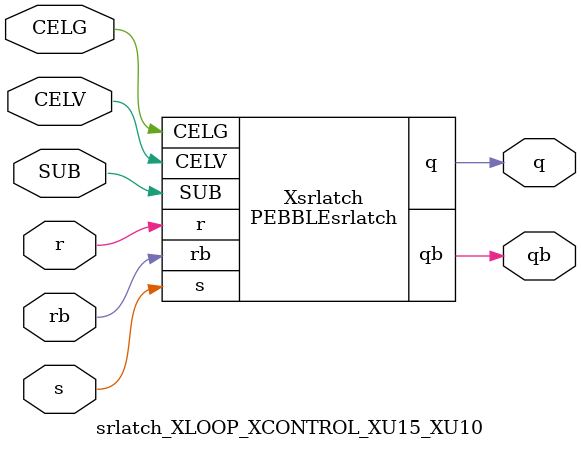
<source format=v>



module PEBBLEsrlatch ( q, qb, CELG, CELV, SUB, r, rb, s );

  input CELV;
  input s;
  output q;
  input rb;
  input r;
  input SUB;
  input CELG;
  output qb;
endmodule

//Celera Confidential Do Not Copy srlatch_XLOOP_XCONTROL_XU15_XU10
//Celera Confidential Symbol Generator
//SR Latch
module srlatch_XLOOP_XCONTROL_XU15_XU10 (CELV,CELG,s,r,rb,q,qb,SUB);
input CELV;
input CELG;
input s;
input r;
input rb;
input SUB;
output q;
output qb;

//Celera Confidential Do Not Copy srlatch
PEBBLEsrlatch Xsrlatch(
.CELV (CELV),
.r (r),
.s (s),
.q (q),
.qb (qb),
.rb (rb),
.SUB (SUB),
.CELG (CELG)
);
//,diesize,PEBBLEsrlatch

//Celera Confidential Do Not Copy Module End
//Celera Schematic Generator
endmodule

</source>
